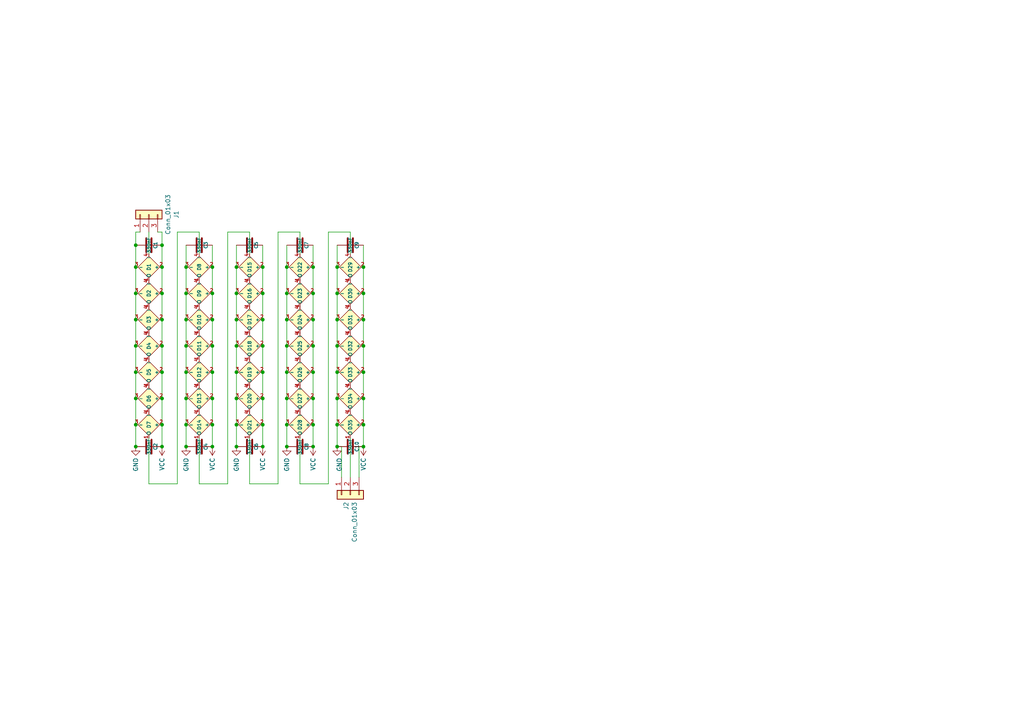
<source format=kicad_sch>
(kicad_sch (version 20241209) (generator "eeschema") (generator_version "9.0")
  (paper "A4")
  (title_block (title "LED ring coaster") (date "${DATE}") (rev "1") (comment 1 "@revk@toot.me.uk") (comment 2 "www.me.uk"))
  (lib_symbols
    (symbol "Connector_Generic:Conn_01x03" (pin_names (offset 1.016) (hide yes))
      (property "Reference" "J" (at 0 5.08 0))
      (property "Value" "Conn_01x03" (at 0 -5.08 0))
      (symbol "Conn_01x03_1_1"
        (rectangle (start -1.27 3.81) (end 1.27 -3.81) (stroke (width 0.254)) (fill (type background)))
        (rectangle (start -1.27 2.667) (end 0 2.413) (stroke (width 0.1524)))
        (rectangle (start -1.27 0.127) (end 0 -0.127) (stroke (width 0.1524)))
        (rectangle (start -1.27 -2.413) (end 0 -2.667) (stroke (width 0.1524)))
        (pin passive line (at -5.08 2.54 0) (length 3.81) (name "Pin_1") (number "1"))
        (pin passive line (at -5.08 0 0) (length 3.81) (name "Pin_2") (number "2"))
        (pin passive line (at -5.08 -2.54 0) (length 3.81) (name "Pin_3") (number "3"))
      )
    )
    (symbol "Device:C" (pin_numbers (hide yes)) (pin_names (offset 0.254))
      (property "Reference" "C" (at 0.635 2.54 0))
      (property "Value" "C" (at 0.635 -2.54 0))
      (symbol "C_0_1"
        (polyline (pts (xy -2.032 0.762) (xy 2.032 0.762)) (stroke (width 0.508)))
        (polyline (pts (xy -2.032 -0.762) (xy 2.032 -0.762)) (stroke (width 0.508)))
      )
      (symbol "C_1_1"
        (pin passive line (at 0 3.81 270) (length 2.794) (name "~") (number "1"))
        (pin passive line (at 0 -3.81 90) (length 2.794) (name "~") (number "2"))
      )
    )
    (symbol "RevK:WS2812B-1mm" (pin_names (offset 0.254))
      (property "Reference" "D" (at 0 0 0))
      (symbol "WS2812B-1mm_1_1"
        (polyline (pts (xy 0 3.175) (xy 3.175 0) (xy 0 -3.175) (xy -3.175 0) (xy 0 3.175)) (fill (type background)))
        (pin input line (at -3.81 0 0) (length 0.5) (name "I") (number "4"))
        (pin power_in line (at 0 3.81 270) (length 0.5) (name "-") (number "3"))
        (pin power_in line (at 0 -3.81 90) (length 0.5) (name "+") (number "2"))
        (pin output line (at 3.81 0 180) (length 0.5) (name "O") (number "1"))
      )
    )
    (symbol "power:GND" (power) (pin_names (offset 0))
      (property "Value" "GND" (at 0 -3.81 0))
      (symbol "GND_0_1"
        (polyline (pts (xy 0 0) (xy 0 -1.27) (xy 1.27 -1.27) (xy 0 -2.54) (xy -1.27 -1.27) (xy 0 -1.27)))
      )
      (symbol "GND_1_1"
        (pin power_in line (at 0 0 270) (length 0) (hide yes) (name "GND") (number "1"))
      )
    )
    (symbol "power:VCC" (power) (pin_names (offset 0))
      (property "Value" "VCC" (at 0 3.81 0))
      (symbol "VCC_0_1"
        (polyline (pts (xy -0.762 1.27) (xy 0 2.54)))
        (polyline (pts (xy 0 2.54) (xy 0.762 1.27)))
        (polyline (pts (xy 0 0) (xy 0 2.54)))
      )
      (symbol "VCC_1_1"
        (pin power_in line (at 0 0 90) (length 0) (hide yes) (name "VCC") (number "1"))
      )
    )
  )
  (junction (at 39.37 129.54))
  (junction (at 97.79 107.95))
  (junction (at 68.58 85.09))
  (junction (at 68.58 115.57))
  (junction (at 39.37 115.57))
  (junction (at 53.975 77.47))
  (junction (at 53.975 115.57))
  (junction (at 46.99 77.47))
  (junction (at 61.595 123.19))
  (junction (at 46.99 71.12))
  (junction (at 83.185 100.33))
  (junction (at 39.37 85.09))
  (junction (at 53.975 92.71))
  (junction (at 53.975 100.33))
  (junction (at 39.37 71.12))
  (junction (at 97.79 100.33))
  (junction (at 76.2 100.33))
  (junction (at 61.595 92.71))
  (junction (at 105.41 115.57))
  (junction (at 90.805 100.33))
  (junction (at 53.975 123.19))
  (junction (at 53.975 129.54))
  (junction (at 83.185 123.19))
  (junction (at 105.41 77.47))
  (junction (at 97.79 123.19))
  (junction (at 90.805 92.71))
  (junction (at 46.99 100.33))
  (junction (at 39.37 100.33))
  (junction (at 76.2 85.09))
  (junction (at 46.99 107.95))
  (junction (at 53.975 85.09))
  (junction (at 97.79 115.57))
  (junction (at 97.79 129.54))
  (junction (at 68.58 77.47))
  (junction (at 105.41 92.71))
  (junction (at 76.2 129.54))
  (junction (at 97.79 85.09))
  (junction (at 76.2 77.47))
  (junction (at 46.99 129.54))
  (junction (at 105.41 107.95))
  (junction (at 105.41 85.09))
  (junction (at 105.41 129.54))
  (junction (at 39.37 123.19))
  (junction (at 46.99 115.57))
  (junction (at 83.185 92.71))
  (junction (at 39.37 77.47))
  (junction (at 105.41 123.19))
  (junction (at 61.595 85.09))
  (junction (at 83.185 107.95))
  (junction (at 39.37 107.95))
  (junction (at 68.58 123.19))
  (junction (at 90.805 107.95))
  (junction (at 76.2 92.71))
  (junction (at 46.99 92.71))
  (junction (at 105.41 100.33))
  (junction (at 97.79 77.47))
  (junction (at 53.975 107.95))
  (junction (at 68.58 92.71))
  (junction (at 61.595 107.95))
  (junction (at 61.595 100.33))
  (junction (at 76.2 123.19))
  (junction (at 61.595 129.54))
  (junction (at 83.185 115.57))
  (junction (at 76.2 107.95))
  (junction (at 61.595 115.57))
  (junction (at 90.805 85.09))
  (junction (at 90.805 115.57))
  (junction (at 90.805 123.19))
  (junction (at 90.805 77.47))
  (junction (at 83.185 77.47))
  (junction (at 68.58 100.33))
  (junction (at 61.595 77.47))
  (junction (at 76.2 115.57))
  (junction (at 39.37 92.71))
  (junction (at 46.99 123.19))
  (junction (at 97.79 92.71))
  (junction (at 46.99 85.09))
  (junction (at 83.185 129.54))
  (junction (at 68.58 107.95))
  (junction (at 83.185 85.09))
  (junction (at 90.805 129.54))
  (junction (at 68.58 129.54))
  (wire (pts (xy 68.58 123.19) (xy 68.58 129.54)))
  (wire (pts (xy 90.805 71.12) (xy 90.805 77.47)))
  (wire (pts (xy 90.805 92.71) (xy 90.805 100.33)))
  (wire (pts (xy 39.37 115.57) (xy 39.37 123.19)))
  (wire (pts (xy 46.99 71.12) (xy 46.99 77.47)))
  (wire (pts (xy 97.79 115.57) (xy 97.79 123.19)))
  (wire (pts (xy 46.99 123.19) (xy 46.99 129.54)))
  (wire (pts (xy 90.805 77.47) (xy 90.805 85.09)))
  (wire (pts (xy 46.99 92.71) (xy 46.99 100.33)))
  (wire (pts (xy 39.37 77.47) (xy 39.37 85.09)))
  (wire (pts (xy 68.58 77.47) (xy 68.58 85.09)))
  (wire (pts (xy 61.595 71.12) (xy 61.595 77.47)))
  (wire (pts (xy 53.975 123.19) (xy 53.975 129.54)))
  (wire (pts (xy 76.2 115.57) (xy 76.2 123.19)))
  (wire (pts (xy 46.99 100.33) (xy 46.99 107.95)))
  (wire (pts (xy 39.37 71.12) (xy 39.37 77.47)))
  (wire (pts (xy 53.975 107.95) (xy 53.975 115.57)))
  (wire (pts (xy 68.58 115.57) (xy 68.58 123.19)))
  (wire (pts (xy 43.18 127) (xy 43.18 140.335)))
  (wire (pts (xy 83.185 77.47) (xy 83.185 85.09)))
  (wire (pts (xy 90.805 115.57) (xy 90.805 123.19)))
  (wire (pts (xy 105.41 100.33) (xy 105.41 107.95)))
  (wire (pts (xy 97.79 100.33) (xy 97.79 107.95)))
  (wire (pts (xy 76.2 71.12) (xy 76.2 77.47)))
  (wire (pts (xy 53.975 115.57) (xy 53.975 123.19)))
  (wire (pts (xy 80.645 67.31) (xy 86.995 67.31)))
  (wire (pts (xy 61.595 77.47) (xy 61.595 85.09)))
  (wire (pts (xy 90.805 123.19) (xy 90.805 129.54)))
  (wire (pts (xy 101.6 127) (xy 101.6 138.43)))
  (wire (pts (xy 72.39 127) (xy 72.39 140.335)))
  (wire (pts (xy 97.79 123.19) (xy 97.79 129.54)))
  (wire (pts (xy 46.99 107.95) (xy 46.99 115.57)))
  (wire (pts (xy 53.975 71.12) (xy 53.975 77.47)))
  (wire (pts (xy 76.2 85.09) (xy 76.2 92.71)))
  (wire (pts (xy 39.37 85.09) (xy 39.37 92.71)))
  (wire (pts (xy 46.99 67.31) (xy 45.72 67.31)))
  (wire (pts (xy 72.39 67.31) (xy 72.39 73.66)))
  (wire (pts (xy 39.37 67.31) (xy 40.64 67.31)))
  (wire (pts (xy 57.785 67.31) (xy 57.785 73.66)))
  (wire (pts (xy 97.79 71.12) (xy 97.79 77.47)))
  (wire (pts (xy 61.595 115.57) (xy 61.595 123.19)))
  (wire (pts (xy 53.975 92.71) (xy 53.975 100.33)))
  (wire (pts (xy 57.785 127) (xy 57.785 140.335)))
  (wire (pts (xy 83.185 85.09) (xy 83.185 92.71)))
  (wire (pts (xy 61.595 123.19) (xy 61.595 129.54)))
  (wire (pts (xy 90.805 85.09) (xy 90.805 92.71)))
  (wire (pts (xy 57.785 140.335) (xy 66.04 140.335)))
  (wire (pts (xy 86.995 140.335) (xy 95.25 140.335)))
  (wire (pts (xy 39.37 123.19) (xy 39.37 129.54)))
  (wire (pts (xy 90.805 100.33) (xy 90.805 107.95)))
  (wire (pts (xy 105.41 115.57) (xy 105.41 123.19)))
  (wire (pts (xy 90.805 107.95) (xy 90.805 115.57)))
  (wire (pts (xy 43.18 73.66) (xy 43.18 67.31)))
  (wire (pts (xy 46.99 115.57) (xy 46.99 123.19)))
  (wire (pts (xy 76.2 77.47) (xy 76.2 85.09)))
  (wire (pts (xy 72.39 140.335) (xy 80.645 140.335)))
  (wire (pts (xy 68.58 100.33) (xy 68.58 107.95)))
  (wire (pts (xy 83.185 115.57) (xy 83.185 123.19)))
  (wire (pts (xy 39.37 107.95) (xy 39.37 115.57)))
  (wire (pts (xy 61.595 92.71) (xy 61.595 100.33)))
  (wire (pts (xy 66.04 67.31) (xy 72.39 67.31)))
  (wire (pts (xy 101.6 67.31) (xy 101.6 73.66)))
  (wire (pts (xy 83.185 107.95) (xy 83.185 115.57)))
  (wire (pts (xy 105.41 92.71) (xy 105.41 100.33)))
  (wire (pts (xy 46.99 85.09) (xy 46.99 92.71)))
  (wire (pts (xy 104.14 129.54) (xy 104.14 138.43)))
  (wire (pts (xy 99.06 129.54) (xy 99.06 138.43)))
  (wire (pts (xy 53.975 100.33) (xy 53.975 107.95)))
  (wire (pts (xy 76.2 123.19) (xy 76.2 129.54)))
  (wire (pts (xy 80.645 140.335) (xy 80.645 67.31)))
  (wire (pts (xy 61.595 100.33) (xy 61.595 107.95)))
  (wire (pts (xy 68.58 107.95) (xy 68.58 115.57)))
  (wire (pts (xy 61.595 85.09) (xy 61.595 92.71)))
  (wire (pts (xy 76.2 100.33) (xy 76.2 107.95)))
  (wire (pts (xy 105.41 71.12) (xy 105.41 77.47)))
  (wire (pts (xy 66.04 140.335) (xy 66.04 67.31)))
  (wire (pts (xy 61.595 107.95) (xy 61.595 115.57)))
  (wire (pts (xy 46.99 67.31) (xy 46.99 71.12)))
  (wire (pts (xy 53.975 85.09) (xy 53.975 92.71)))
  (wire (pts (xy 39.37 67.31) (xy 39.37 71.12)))
  (wire (pts (xy 83.185 123.19) (xy 83.185 129.54)))
  (wire (pts (xy 39.37 92.71) (xy 39.37 100.33)))
  (wire (pts (xy 43.18 140.335) (xy 51.435 140.335)))
  (wire (pts (xy 97.79 129.54) (xy 99.06 129.54)))
  (wire (pts (xy 83.185 100.33) (xy 83.185 107.95)))
  (wire (pts (xy 83.185 92.71) (xy 83.185 100.33)))
  (wire (pts (xy 53.975 77.47) (xy 53.975 85.09)))
  (wire (pts (xy 83.185 71.12) (xy 83.185 77.47)))
  (wire (pts (xy 95.25 140.335) (xy 95.25 67.31)))
  (wire (pts (xy 46.99 77.47) (xy 46.99 85.09)))
  (wire (pts (xy 68.58 71.12) (xy 68.58 77.47)))
  (wire (pts (xy 97.79 77.47) (xy 97.79 85.09)))
  (wire (pts (xy 51.435 140.335) (xy 51.435 67.31)))
  (wire (pts (xy 95.25 67.31) (xy 101.6 67.31)))
  (wire (pts (xy 86.995 67.31) (xy 86.995 73.66)))
  (wire (pts (xy 39.37 100.33) (xy 39.37 107.95)))
  (wire (pts (xy 105.41 129.54) (xy 104.14 129.54)))
  (wire (pts (xy 105.41 107.95) (xy 105.41 115.57)))
  (wire (pts (xy 97.79 85.09) (xy 97.79 92.71)))
  (wire (pts (xy 105.41 85.09) (xy 105.41 92.71)))
  (wire (pts (xy 97.79 92.71) (xy 97.79 100.33)))
  (wire (pts (xy 76.2 92.71) (xy 76.2 100.33)))
  (wire (pts (xy 97.79 107.95) (xy 97.79 115.57)))
  (wire (pts (xy 105.41 123.19) (xy 105.41 129.54)))
  (wire (pts (xy 51.435 67.31) (xy 57.785 67.31)))
  (wire (pts (xy 105.41 77.47) (xy 105.41 85.09)))
  (wire (pts (xy 68.58 85.09) (xy 68.58 92.71)))
  (wire (pts (xy 76.2 107.95) (xy 76.2 115.57)))
  (wire (pts (xy 86.995 127) (xy 86.995 140.335)))
  (wire (pts (xy 68.58 92.71) (xy 68.58 100.33)))
  (symbol (lib_id "power:VCC") (at 105.41 129.54 0) (mirror x) (unit 1)
    (property "Reference" "#PWR010" (effects (hide yes)))
    (property "Value" "VCC" (at 105.41 132.715 90) (effects (justify left)))
  )
  (symbol (lib_id "Device:C") (at 43.18 71.12 270) (mirror x) (unit 1)
    (property "Reference" "C1" (at 45.085 71.12 0) (effects (font (size 1 1))))
    (property "Value" "330nF" (at 43.18 71.12 0) (effects (font (size 1 1))))
    (property "Footprint" "RevK:C_0402" (effects (hide yes)))
  )
  (symbol (lib_id "power:GND") (at 39.37 129.54 0) (mirror y) (unit 1)
    (property "Reference" "#PWR01" (effects (hide yes)))
    (property "Value" "GND" (at 39.37 132.715 90) (effects (justify right)))
  )
  (symbol (lib_id "power:VCC") (at 76.2 129.54 0) (mirror x) (unit 1)
    (property "Reference" "#PWR06" (effects (hide yes)))
    (property "Value" "VCC" (at 76.2 132.715 90) (effects (justify left)))
  )
  (symbol (lib_id "RevK:WS2812B-1mm") (at 86.995 107.95 90) (mirror x) (unit 1)
    (property "Reference" "D26" (at 86.995 107.95 0) (effects (font (size 1 1))))
    (property "Value" "XL-1010RGBC-WS2812B" (effects (hide yes)))
    (property "Footprint" "RevK:SMD1010" (effects (hide yes)))
    (property "Datasheet" "https://datasheet.lcsc.com/lcsc/2301111010_XINGLIGHT-XL-1010RGBC-WS2812B_C5349953.pdf" (effects (hide yes)))
    (property "LCSC Part #" "C5349953" (effects (hide yes)))
  )
  (symbol (lib_id "RevK:WS2812B-1mm") (at 101.6 85.09 90) (mirror x) (unit 1)
    (property "Reference" "D30" (at 101.6 85.09 0) (effects (font (size 1 1))))
    (property "Value" "XL-1010RGBC-WS2812B" (effects (hide yes)))
    (property "Footprint" "RevK:SMD1010" (effects (hide yes)))
    (property "Datasheet" "https://datasheet.lcsc.com/lcsc/2301111010_XINGLIGHT-XL-1010RGBC-WS2812B_C5349953.pdf" (effects (hide yes)))
    (property "LCSC Part #" "C5349953" (effects (hide yes)))
  )
  (symbol (lib_id "RevK:WS2812B-1mm") (at 72.39 123.19 90) (mirror x) (unit 1)
    (property "Reference" "D21" (at 72.39 123.19 0) (effects (font (size 1 1))))
    (property "Value" "XL-1010RGBC-WS2812B" (effects (hide yes)))
    (property "Footprint" "RevK:SMD1010" (effects (hide yes)))
    (property "Datasheet" "https://datasheet.lcsc.com/lcsc/2301111010_XINGLIGHT-XL-1010RGBC-WS2812B_C5349953.pdf" (effects (hide yes)))
    (property "LCSC Part #" "C5349953" (effects (hide yes)))
  )
  (symbol (lib_id "RevK:WS2812B-1mm") (at 101.6 115.57 90) (mirror x) (unit 1)
    (property "Reference" "D34" (at 101.6 115.57 0) (effects (font (size 1 1))))
    (property "Value" "XL-1010RGBC-WS2812B" (effects (hide yes)))
    (property "Footprint" "RevK:SMD1010" (effects (hide yes)))
    (property "Datasheet" "https://datasheet.lcsc.com/lcsc/2301111010_XINGLIGHT-XL-1010RGBC-WS2812B_C5349953.pdf" (effects (hide yes)))
    (property "LCSC Part #" "C5349953" (effects (hide yes)))
  )
  (symbol (lib_id "RevK:WS2812B-1mm") (at 43.18 77.47 90) (mirror x) (unit 1)
    (property "Reference" "D1" (at 43.18 77.47 0) (effects (font (size 1 1))))
    (property "Value" "XL-1010RGBC-WS2812B" (effects (hide yes)))
    (property "Footprint" "RevK:SMD1010" (effects (hide yes)))
    (property "Datasheet" "https://datasheet.lcsc.com/lcsc/2301111010_XINGLIGHT-XL-1010RGBC-WS2812B_C5349953.pdf" (effects (hide yes)))
    (property "LCSC Part #" "C5349953" (effects (hide yes)))
  )
  (symbol (lib_id "Device:C") (at 57.785 71.12 270) (mirror x) (unit 1)
    (property "Reference" "C3" (at 59.69 71.12 0) (effects (font (size 1 1))))
    (property "Value" "330nF" (at 57.785 71.12 0) (effects (font (size 1 1))))
    (property "Footprint" "RevK:C_0402" (effects (hide yes)))
  )
  (symbol (lib_id "Device:C") (at 43.18 129.54 270) (mirror x) (unit 1)
    (property "Reference" "C2" (at 45.085 129.54 0) (effects (font (size 1 1))))
    (property "Value" "330nF" (at 43.18 129.54 0) (effects (font (size 1 1))))
    (property "Footprint" "RevK:C_0402" (effects (hide yes)))
  )
  (symbol (lib_id "RevK:WS2812B-1mm") (at 57.785 92.71 90) (mirror x) (unit 1)
    (property "Reference" "D10" (at 57.785 92.71 0) (effects (font (size 1 1))))
    (property "Value" "XL-1010RGBC-WS2812B" (effects (hide yes)))
    (property "Footprint" "RevK:SMD1010" (effects (hide yes)))
    (property "Datasheet" "https://datasheet.lcsc.com/lcsc/2301111010_XINGLIGHT-XL-1010RGBC-WS2812B_C5349953.pdf" (effects (hide yes)))
    (property "LCSC Part #" "C5349953" (effects (hide yes)))
  )
  (symbol (lib_id "RevK:WS2812B-1mm") (at 57.785 115.57 90) (mirror x) (unit 1)
    (property "Reference" "D13" (at 57.785 115.57 0) (effects (font (size 1 1))))
    (property "Value" "XL-1010RGBC-WS2812B" (effects (hide yes)))
    (property "Footprint" "RevK:SMD1010" (effects (hide yes)))
    (property "Datasheet" "https://datasheet.lcsc.com/lcsc/2301111010_XINGLIGHT-XL-1010RGBC-WS2812B_C5349953.pdf" (effects (hide yes)))
    (property "LCSC Part #" "C5349953" (effects (hide yes)))
  )
  (symbol (lib_id "RevK:WS2812B-1mm") (at 86.995 115.57 90) (mirror x) (unit 1)
    (property "Reference" "D27" (at 86.995 115.57 0) (effects (font (size 1 1))))
    (property "Value" "XL-1010RGBC-WS2812B" (effects (hide yes)))
    (property "Footprint" "RevK:SMD1010" (effects (hide yes)))
    (property "Datasheet" "https://datasheet.lcsc.com/lcsc/2301111010_XINGLIGHT-XL-1010RGBC-WS2812B_C5349953.pdf" (effects (hide yes)))
    (property "LCSC Part #" "C5349953" (effects (hide yes)))
  )
  (symbol (lib_id "power:GND") (at 97.79 129.54 0) (mirror y) (unit 1)
    (property "Reference" "#PWR09" (effects (hide yes)))
    (property "Value" "GND" (at 98.425 132.715 90) (effects (justify right)))
  )
  (symbol (lib_id "power:GND") (at 83.185 129.54 0) (mirror y) (unit 1)
    (property "Reference" "#PWR07" (effects (hide yes)))
    (property "Value" "GND" (at 83.185 132.715 90) (effects (justify right)))
  )
  (symbol (lib_id "power:VCC") (at 61.595 129.54 0) (mirror x) (unit 1)
    (property "Reference" "#PWR04" (effects (hide yes)))
    (property "Value" "VCC" (at 61.595 132.715 90) (effects (justify left)))
  )
  (symbol (lib_id "RevK:WS2812B-1mm") (at 72.39 92.71 90) (mirror x) (unit 1)
    (property "Reference" "D17" (at 72.39 92.71 0) (effects (font (size 1 1))))
    (property "Value" "XL-1010RGBC-WS2812B" (effects (hide yes)))
    (property "Footprint" "RevK:SMD1010" (effects (hide yes)))
    (property "Datasheet" "https://datasheet.lcsc.com/lcsc/2301111010_XINGLIGHT-XL-1010RGBC-WS2812B_C5349953.pdf" (effects (hide yes)))
    (property "LCSC Part #" "C5349953" (effects (hide yes)))
  )
  (symbol (lib_id "RevK:WS2812B-1mm") (at 72.39 107.95 90) (mirror x) (unit 1)
    (property "Reference" "D19" (at 72.39 107.95 0) (effects (font (size 1 1))))
    (property "Value" "XL-1010RGBC-WS2812B" (effects (hide yes)))
    (property "Footprint" "RevK:SMD1010" (effects (hide yes)))
    (property "Datasheet" "https://datasheet.lcsc.com/lcsc/2301111010_XINGLIGHT-XL-1010RGBC-WS2812B_C5349953.pdf" (effects (hide yes)))
    (property "LCSC Part #" "C5349953" (effects (hide yes)))
  )
  (symbol (lib_id "RevK:WS2812B-1mm") (at 101.6 92.71 90) (mirror x) (unit 1)
    (property "Reference" "D31" (at 101.6 92.71 0) (effects (font (size 1 1))))
    (property "Value" "XL-1010RGBC-WS2812B" (effects (hide yes)))
    (property "Footprint" "RevK:SMD1010" (effects (hide yes)))
    (property "Datasheet" "https://datasheet.lcsc.com/lcsc/2301111010_XINGLIGHT-XL-1010RGBC-WS2812B_C5349953.pdf" (effects (hide yes)))
    (property "LCSC Part #" "C5349953" (effects (hide yes)))
  )
  (symbol (lib_id "RevK:WS2812B-1mm") (at 101.6 123.19 90) (mirror x) (unit 1)
    (property "Reference" "D35" (at 101.6 123.19 0) (effects (font (size 1 1))))
    (property "Value" "XL-1010RGBC-WS2812B" (effects (hide yes)))
    (property "Footprint" "RevK:SMD1010" (effects (hide yes)))
    (property "Datasheet" "https://datasheet.lcsc.com/lcsc/2301111010_XINGLIGHT-XL-1010RGBC-WS2812B_C5349953.pdf" (effects (hide yes)))
    (property "LCSC Part #" "C5349953" (effects (hide yes)))
  )
  (symbol (lib_id "RevK:WS2812B-1mm") (at 72.39 100.33 90) (mirror x) (unit 1)
    (property "Reference" "D18" (at 72.39 100.33 0) (effects (font (size 1 1))))
    (property "Value" "XL-1010RGBC-WS2812B" (effects (hide yes)))
    (property "Footprint" "RevK:SMD1010" (effects (hide yes)))
    (property "Datasheet" "https://datasheet.lcsc.com/lcsc/2301111010_XINGLIGHT-XL-1010RGBC-WS2812B_C5349953.pdf" (effects (hide yes)))
    (property "LCSC Part #" "C5349953" (effects (hide yes)))
  )
  (symbol (lib_id "RevK:WS2812B-1mm") (at 86.995 92.71 90) (mirror x) (unit 1)
    (property "Reference" "D24" (at 86.995 92.71 0) (effects (font (size 1 1))))
    (property "Value" "XL-1010RGBC-WS2812B" (effects (hide yes)))
    (property "Footprint" "RevK:SMD1010" (effects (hide yes)))
    (property "Datasheet" "https://datasheet.lcsc.com/lcsc/2301111010_XINGLIGHT-XL-1010RGBC-WS2812B_C5349953.pdf" (effects (hide yes)))
    (property "LCSC Part #" "C5349953" (effects (hide yes)))
  )
  (symbol (lib_id "RevK:WS2812B-1mm") (at 86.995 100.33 90) (mirror x) (unit 1)
    (property "Reference" "D25" (at 86.995 100.33 0) (effects (font (size 1 1))))
    (property "Value" "XL-1010RGBC-WS2812B" (effects (hide yes)))
    (property "Footprint" "RevK:SMD1010" (effects (hide yes)))
    (property "Datasheet" "https://datasheet.lcsc.com/lcsc/2301111010_XINGLIGHT-XL-1010RGBC-WS2812B_C5349953.pdf" (effects (hide yes)))
    (property "LCSC Part #" "C5349953" (effects (hide yes)))
  )
  (symbol (lib_id "Device:C") (at 86.995 71.12 270) (mirror x) (unit 1)
    (property "Reference" "C7" (at 88.9 71.12 0) (effects (font (size 1 1))))
    (property "Value" "330nF" (at 86.995 71.12 0) (effects (font (size 1 1))))
    (property "Footprint" "RevK:C_0402" (effects (hide yes)))
  )
  (symbol (lib_id "RevK:WS2812B-1mm") (at 43.18 115.57 90) (mirror x) (unit 1)
    (property "Reference" "D6" (at 43.18 115.57 0) (effects (font (size 1 1))))
    (property "Value" "XL-1010RGBC-WS2812B" (effects (hide yes)))
    (property "Footprint" "RevK:SMD1010" (effects (hide yes)))
    (property "Datasheet" "https://datasheet.lcsc.com/lcsc/2301111010_XINGLIGHT-XL-1010RGBC-WS2812B_C5349953.pdf" (effects (hide yes)))
    (property "LCSC Part #" "C5349953" (effects (hide yes)))
  )
  (symbol (lib_id "RevK:WS2812B-1mm") (at 101.6 107.95 90) (mirror x) (unit 1)
    (property "Reference" "D33" (at 101.6 107.95 0) (effects (font (size 1 1))))
    (property "Value" "XL-1010RGBC-WS2812B" (effects (hide yes)))
    (property "Footprint" "RevK:SMD1010" (effects (hide yes)))
    (property "Datasheet" "https://datasheet.lcsc.com/lcsc/2301111010_XINGLIGHT-XL-1010RGBC-WS2812B_C5349953.pdf" (effects (hide yes)))
    (property "LCSC Part #" "C5349953" (effects (hide yes)))
  )
  (symbol (lib_id "power:GND") (at 53.975 129.54 0) (mirror y) (unit 1)
    (property "Reference" "#PWR03" (effects (hide yes)))
    (property "Value" "GND" (at 53.975 132.715 90) (effects (justify right)))
  )
  (symbol (lib_id "Device:C") (at 72.39 71.12 270) (mirror x) (unit 1)
    (property "Reference" "C5" (at 74.295 71.12 0) (effects (font (size 1 1))))
    (property "Value" "330nF" (at 72.39 71.12 0) (effects (font (size 1 1))))
    (property "Footprint" "RevK:C_0402" (effects (hide yes)))
  )
  (symbol (lib_id "RevK:WS2812B-1mm") (at 57.785 77.47 90) (mirror x) (unit 1)
    (property "Reference" "D8" (at 57.785 77.47 0) (effects (font (size 1 1))))
    (property "Value" "XL-1010RGBC-WS2812B" (effects (hide yes)))
    (property "Footprint" "RevK:SMD1010" (effects (hide yes)))
    (property "Datasheet" "https://datasheet.lcsc.com/lcsc/2301111010_XINGLIGHT-XL-1010RGBC-WS2812B_C5349953.pdf" (effects (hide yes)))
    (property "LCSC Part #" "C5349953" (effects (hide yes)))
  )
  (symbol (lib_id "RevK:WS2812B-1mm") (at 101.6 77.47 90) (mirror x) (unit 1)
    (property "Reference" "D29" (at 101.6 77.47 0) (effects (font (size 1 1))))
    (property "Value" "XL-1010RGBC-WS2812B" (effects (hide yes)))
    (property "Footprint" "RevK:SMD1010" (effects (hide yes)))
    (property "Datasheet" "https://datasheet.lcsc.com/lcsc/2301111010_XINGLIGHT-XL-1010RGBC-WS2812B_C5349953.pdf" (effects (hide yes)))
    (property "LCSC Part #" "C5349953" (effects (hide yes)))
  )
  (symbol (lib_id "RevK:WS2812B-1mm") (at 72.39 115.57 90) (mirror x) (unit 1)
    (property "Reference" "D20" (at 72.39 115.57 0) (effects (font (size 1 1))))
    (property "Value" "XL-1010RGBC-WS2812B" (effects (hide yes)))
    (property "Footprint" "RevK:SMD1010" (effects (hide yes)))
    (property "Datasheet" "https://datasheet.lcsc.com/lcsc/2301111010_XINGLIGHT-XL-1010RGBC-WS2812B_C5349953.pdf" (effects (hide yes)))
    (property "LCSC Part #" "C5349953" (effects (hide yes)))
  )
  (symbol (lib_id "RevK:WS2812B-1mm") (at 86.995 77.47 90) (mirror x) (unit 1)
    (property "Reference" "D22" (at 86.995 77.47 0) (effects (font (size 1 1))))
    (property "Value" "XL-1010RGBC-WS2812B" (effects (hide yes)))
    (property "Footprint" "RevK:SMD1010" (effects (hide yes)))
    (property "Datasheet" "https://datasheet.lcsc.com/lcsc/2301111010_XINGLIGHT-XL-1010RGBC-WS2812B_C5349953.pdf" (effects (hide yes)))
    (property "LCSC Part #" "C5349953" (effects (hide yes)))
  )
  (symbol (lib_id "RevK:WS2812B-1mm") (at 43.18 107.95 90) (mirror x) (unit 1)
    (property "Reference" "D5" (at 43.18 107.95 0) (effects (font (size 1 1))))
    (property "Value" "XL-1010RGBC-WS2812B" (effects (hide yes)))
    (property "Footprint" "RevK:SMD1010" (effects (hide yes)))
    (property "Datasheet" "https://datasheet.lcsc.com/lcsc/2301111010_XINGLIGHT-XL-1010RGBC-WS2812B_C5349953.pdf" (effects (hide yes)))
    (property "LCSC Part #" "C5349953" (effects (hide yes)))
  )
  (symbol (lib_id "RevK:WS2812B-1mm") (at 57.785 85.09 90) (mirror x) (unit 1)
    (property "Reference" "D9" (at 57.785 85.09 0) (effects (font (size 1 1))))
    (property "Value" "XL-1010RGBC-WS2812B" (effects (hide yes)))
    (property "Footprint" "RevK:SMD1010" (effects (hide yes)))
    (property "Datasheet" "https://datasheet.lcsc.com/lcsc/2301111010_XINGLIGHT-XL-1010RGBC-WS2812B_C5349953.pdf" (effects (hide yes)))
    (property "LCSC Part #" "C5349953" (effects (hide yes)))
  )
  (symbol (lib_id "Connector_Generic:Conn_01x03") (at 101.6 143.51 90) (mirror x) (unit 1)
    (property "Reference" "J2" (at 100.3879 145.542 0) (effects (justify left)))
    (property "Value" "Conn_01x03" (at 102.8121 145.542 0) (effects (justify left)))
    (property "Footprint" "RevK:3-PADS" (effects (hide yes)))
  )
  (symbol (lib_id "power:VCC") (at 90.805 129.54 0) (mirror x) (unit 1)
    (property "Reference" "#PWR08" (effects (hide yes)))
    (property "Value" "VCC" (at 90.805 132.715 90) (effects (justify left)))
  )
  (symbol (lib_id "Connector_Generic:Conn_01x03") (at 43.18 62.23 90) (unit 1)
    (property "Reference" "J1" (at 51.1343 62.23 0))
    (property "Value" "Conn_01x03" (at 48.7101 62.23 0))
    (property "Footprint" "RevK:3-PADS" (effects (hide yes)))
  )
  (symbol (lib_id "Device:C") (at 57.785 129.54 270) (mirror x) (unit 1)
    (property "Reference" "C4" (at 59.69 129.54 0) (effects (font (size 1 1))))
    (property "Value" "330nF" (at 57.785 129.54 0) (effects (font (size 1 1))))
    (property "Footprint" "RevK:C_0402" (effects (hide yes)))
  )
  (symbol (lib_id "RevK:WS2812B-1mm") (at 57.785 123.19 90) (mirror x) (unit 1)
    (property "Reference" "D14" (at 57.785 123.19 0) (effects (font (size 1 1))))
    (property "Value" "XL-1010RGBC-WS2812B" (effects (hide yes)))
    (property "Footprint" "RevK:SMD1010" (effects (hide yes)))
    (property "Datasheet" "https://datasheet.lcsc.com/lcsc/2301111010_XINGLIGHT-XL-1010RGBC-WS2812B_C5349953.pdf" (effects (hide yes)))
    (property "LCSC Part #" "C5349953" (effects (hide yes)))
  )
  (symbol (lib_id "Device:C") (at 86.995 129.54 270) (mirror x) (unit 1)
    (property "Reference" "C8" (at 88.9 129.54 0) (effects (font (size 1 1))))
    (property "Value" "330nF" (at 86.995 129.54 0) (effects (font (size 1 1))))
    (property "Footprint" "RevK:C_0402" (effects (hide yes)))
  )
  (symbol (lib_id "RevK:WS2812B-1mm") (at 86.995 85.09 90) (mirror x) (unit 1)
    (property "Reference" "D23" (at 86.995 85.09 0) (effects (font (size 1 1))))
    (property "Value" "XL-1010RGBC-WS2812B" (effects (hide yes)))
    (property "Footprint" "RevK:SMD1010" (effects (hide yes)))
    (property "Datasheet" "https://datasheet.lcsc.com/lcsc/2301111010_XINGLIGHT-XL-1010RGBC-WS2812B_C5349953.pdf" (effects (hide yes)))
    (property "LCSC Part #" "C5349953" (effects (hide yes)))
  )
  (symbol (lib_id "RevK:WS2812B-1mm") (at 43.18 100.33 90) (mirror x) (unit 1)
    (property "Reference" "D4" (at 43.18 100.33 0) (effects (font (size 1 1))))
    (property "Value" "XL-1010RGBC-WS2812B" (effects (hide yes)))
    (property "Footprint" "RevK:SMD1010" (effects (hide yes)))
    (property "Datasheet" "https://datasheet.lcsc.com/lcsc/2301111010_XINGLIGHT-XL-1010RGBC-WS2812B_C5349953.pdf" (effects (hide yes)))
    (property "LCSC Part #" "C5349953" (effects (hide yes)))
  )
  (symbol (lib_id "Device:C") (at 72.39 129.54 270) (mirror x) (unit 1)
    (property "Reference" "C6" (at 74.295 129.54 0) (effects (font (size 1 1))))
    (property "Value" "330nF" (at 72.39 129.54 0) (effects (font (size 1 1))))
    (property "Footprint" "RevK:C_0402" (effects (hide yes)))
  )
  (symbol (lib_id "RevK:WS2812B-1mm") (at 86.995 123.19 90) (mirror x) (unit 1)
    (property "Reference" "D28" (at 86.995 123.19 0) (effects (font (size 1 1))))
    (property "Value" "XL-1010RGBC-WS2812B" (effects (hide yes)))
    (property "Footprint" "RevK:SMD1010" (effects (hide yes)))
    (property "Datasheet" "https://datasheet.lcsc.com/lcsc/2301111010_XINGLIGHT-XL-1010RGBC-WS2812B_C5349953.pdf" (effects (hide yes)))
    (property "LCSC Part #" "C5349953" (effects (hide yes)))
  )
  (symbol (lib_id "Device:C") (at 101.6 129.54 270) (mirror x) (unit 1)
    (property "Reference" "C10" (at 103.505 129.54 0) (effects (font (size 1 1))))
    (property "Value" "330nF" (at 101.6 129.54 0) (effects (font (size 1 1))))
    (property "Footprint" "RevK:C_0402" (effects (hide yes)))
  )
  (symbol (lib_id "RevK:WS2812B-1mm") (at 43.18 85.09 90) (mirror x) (unit 1)
    (property "Reference" "D2" (at 43.18 85.09 0) (effects (font (size 1 1))))
    (property "Value" "XL-1010RGBC-WS2812B" (effects (hide yes)))
    (property "Footprint" "RevK:SMD1010" (effects (hide yes)))
    (property "Datasheet" "https://datasheet.lcsc.com/lcsc/2301111010_XINGLIGHT-XL-1010RGBC-WS2812B_C5349953.pdf" (effects (hide yes)))
    (property "LCSC Part #" "C5349953" (effects (hide yes)))
  )
  (symbol (lib_id "RevK:WS2812B-1mm") (at 72.39 77.47 90) (mirror x) (unit 1)
    (property "Reference" "D15" (at 72.39 77.47 0) (effects (font (size 1 1))))
    (property "Value" "XL-1010RGBC-WS2812B" (effects (hide yes)))
    (property "Footprint" "RevK:SMD1010" (effects (hide yes)))
    (property "Datasheet" "https://datasheet.lcsc.com/lcsc/2301111010_XINGLIGHT-XL-1010RGBC-WS2812B_C5349953.pdf" (effects (hide yes)))
    (property "LCSC Part #" "C5349953" (effects (hide yes)))
  )
  (symbol (lib_id "RevK:WS2812B-1mm") (at 43.18 123.19 90) (mirror x) (unit 1)
    (property "Reference" "D7" (at 43.18 123.19 0) (effects (font (size 1 1))))
    (property "Value" "XL-1010RGBC-WS2812B" (effects (hide yes)))
    (property "Footprint" "RevK:SMD1010" (effects (hide yes)))
    (property "Datasheet" "https://datasheet.lcsc.com/lcsc/2301111010_XINGLIGHT-XL-1010RGBC-WS2812B_C5349953.pdf" (effects (hide yes)))
    (property "LCSC Part #" "C5349953" (effects (hide yes)))
  )
  (symbol (lib_id "power:GND") (at 68.58 129.54 0) (mirror y) (unit 1)
    (property "Reference" "#PWR05" (effects (hide yes)))
    (property "Value" "GND" (at 68.58 132.715 90) (effects (justify right)))
  )
  (symbol (lib_id "RevK:WS2812B-1mm") (at 57.785 100.33 90) (mirror x) (unit 1)
    (property "Reference" "D11" (at 57.785 100.33 0) (effects (font (size 1 1))))
    (property "Value" "XL-1010RGBC-WS2812B" (effects (hide yes)))
    (property "Footprint" "RevK:SMD1010" (effects (hide yes)))
    (property "Datasheet" "https://datasheet.lcsc.com/lcsc/2301111010_XINGLIGHT-XL-1010RGBC-WS2812B_C5349953.pdf" (effects (hide yes)))
    (property "LCSC Part #" "C5349953" (effects (hide yes)))
  )
  (symbol (lib_id "RevK:WS2812B-1mm") (at 72.39 85.09 90) (mirror x) (unit 1)
    (property "Reference" "D16" (at 72.39 85.09 0) (effects (font (size 1 1))))
    (property "Value" "XL-1010RGBC-WS2812B" (effects (hide yes)))
    (property "Footprint" "RevK:SMD1010" (effects (hide yes)))
    (property "Datasheet" "https://datasheet.lcsc.com/lcsc/2301111010_XINGLIGHT-XL-1010RGBC-WS2812B_C5349953.pdf" (effects (hide yes)))
    (property "LCSC Part #" "C5349953" (effects (hide yes)))
  )
  (symbol (lib_id "power:VCC") (at 46.99 129.54 0) (mirror x) (unit 1)
    (property "Reference" "#PWR02" (effects (hide yes)))
    (property "Value" "VCC" (at 46.99 132.715 90) (effects (justify left)))
  )
  (symbol (lib_id "RevK:WS2812B-1mm") (at 101.6 100.33 90) (mirror x) (unit 1)
    (property "Reference" "D32" (at 101.6 100.33 0) (effects (font (size 1 1))))
    (property "Value" "XL-1010RGBC-WS2812B" (effects (hide yes)))
    (property "Footprint" "RevK:SMD1010" (effects (hide yes)))
    (property "Datasheet" "https://datasheet.lcsc.com/lcsc/2301111010_XINGLIGHT-XL-1010RGBC-WS2812B_C5349953.pdf" (effects (hide yes)))
    (property "LCSC Part #" "C5349953" (effects (hide yes)))
  )
  (symbol (lib_id "Device:C") (at 101.6 71.12 270) (mirror x) (unit 1)
    (property "Reference" "C9" (at 103.505 71.12 0) (effects (font (size 1 1))))
    (property "Value" "330nF" (at 101.6 71.12 0) (effects (font (size 1 1))))
    (property "Footprint" "RevK:C_0402" (effects (hide yes)))
  )
  (symbol (lib_id "RevK:WS2812B-1mm") (at 57.785 107.95 90) (mirror x) (unit 1)
    (property "Reference" "D12" (at 57.785 107.95 0) (effects (font (size 1 1))))
    (property "Value" "XL-1010RGBC-WS2812B" (effects (hide yes)))
    (property "Footprint" "RevK:SMD1010" (effects (hide yes)))
    (property "Datasheet" "https://datasheet.lcsc.com/lcsc/2301111010_XINGLIGHT-XL-1010RGBC-WS2812B_C5349953.pdf" (effects (hide yes)))
    (property "LCSC Part #" "C5349953" (effects (hide yes)))
  )
  (symbol (lib_id "RevK:WS2812B-1mm") (at 43.18 92.71 90) (mirror x) (unit 1)
    (property "Reference" "D3" (at 43.18 92.71 0) (effects (font (size 1 1))))
    (property "Value" "XL-1010RGBC-WS2812B" (effects (hide yes)))
    (property "Footprint" "RevK:SMD1010" (effects (hide yes)))
    (property "Datasheet" "https://datasheet.lcsc.com/lcsc/2301111010_XINGLIGHT-XL-1010RGBC-WS2812B_C5349953.pdf" (effects (hide yes)))
    (property "LCSC Part #" "C5349953" (effects (hide yes)))
  )
)
</source>
